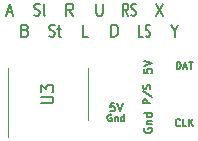
<source format=gto>
G04 #@! TF.GenerationSoftware,KiCad,Pcbnew,(5.1.7)-1*
G04 #@! TF.CreationDate,2020-11-15T22:52:21-06:00*
G04 #@! TF.ProjectId,snesdecoder,736e6573-6465-4636-9f64-65722e6b6963,v01*
G04 #@! TF.SameCoordinates,Original*
G04 #@! TF.FileFunction,Legend,Top*
G04 #@! TF.FilePolarity,Positive*
%FSLAX46Y46*%
G04 Gerber Fmt 4.6, Leading zero omitted, Abs format (unit mm)*
G04 Created by KiCad (PCBNEW (5.1.7)-1) date 2020-11-15 22:52:21*
%MOMM*%
%LPD*%
G01*
G04 APERTURE LIST*
%ADD10C,0.120000*%
%ADD11C,0.150000*%
G04 APERTURE END LIST*
D10*
X158135000Y-85250000D02*
X158135000Y-83050000D01*
X158135000Y-85250000D02*
X158135000Y-87450000D01*
X151365000Y-85250000D02*
X151365000Y-83050000D01*
X151365000Y-85250000D02*
X151365000Y-88850000D01*
D11*
X154202380Y-86011904D02*
X155011904Y-86011904D01*
X155107142Y-85964285D01*
X155154761Y-85916666D01*
X155202380Y-85821428D01*
X155202380Y-85630952D01*
X155154761Y-85535714D01*
X155107142Y-85488095D01*
X155011904Y-85440476D01*
X154202380Y-85440476D01*
X154202380Y-85059523D02*
X154202380Y-84440476D01*
X154583333Y-84773809D01*
X154583333Y-84630952D01*
X154630952Y-84535714D01*
X154678571Y-84488095D01*
X154773809Y-84440476D01*
X155011904Y-84440476D01*
X155107142Y-84488095D01*
X155154761Y-84535714D01*
X155202380Y-84630952D01*
X155202380Y-84916666D01*
X155154761Y-85011904D01*
X155107142Y-85059523D01*
X165470000Y-79878190D02*
X165470000Y-80354380D01*
X165136666Y-79354380D02*
X165470000Y-79878190D01*
X165803333Y-79354380D01*
X163866666Y-77576380D02*
X164533333Y-78576380D01*
X164533333Y-77576380D02*
X163866666Y-78576380D01*
X162813333Y-80354380D02*
X162480000Y-80354380D01*
X162480000Y-79354380D01*
X163013333Y-80306761D02*
X163113333Y-80354380D01*
X163280000Y-80354380D01*
X163346666Y-80306761D01*
X163380000Y-80259142D01*
X163413333Y-80163904D01*
X163413333Y-80068666D01*
X163380000Y-79973428D01*
X163346666Y-79925809D01*
X163280000Y-79878190D01*
X163146666Y-79830571D01*
X163080000Y-79782952D01*
X163046666Y-79735333D01*
X163013333Y-79640095D01*
X163013333Y-79544857D01*
X163046666Y-79449619D01*
X163080000Y-79402000D01*
X163146666Y-79354380D01*
X163313333Y-79354380D01*
X163413333Y-79402000D01*
X161543333Y-78576380D02*
X161310000Y-78100190D01*
X161143333Y-78576380D02*
X161143333Y-77576380D01*
X161410000Y-77576380D01*
X161476666Y-77624000D01*
X161510000Y-77671619D01*
X161543333Y-77766857D01*
X161543333Y-77909714D01*
X161510000Y-78004952D01*
X161476666Y-78052571D01*
X161410000Y-78100190D01*
X161143333Y-78100190D01*
X161810000Y-78528761D02*
X161910000Y-78576380D01*
X162076666Y-78576380D01*
X162143333Y-78528761D01*
X162176666Y-78481142D01*
X162210000Y-78385904D01*
X162210000Y-78290666D01*
X162176666Y-78195428D01*
X162143333Y-78147809D01*
X162076666Y-78100190D01*
X161943333Y-78052571D01*
X161876666Y-78004952D01*
X161843333Y-77957333D01*
X161810000Y-77862095D01*
X161810000Y-77766857D01*
X161843333Y-77671619D01*
X161876666Y-77624000D01*
X161943333Y-77576380D01*
X162110000Y-77576380D01*
X162210000Y-77624000D01*
X160128095Y-80354380D02*
X160128095Y-79354380D01*
X160366190Y-79354380D01*
X160509047Y-79402000D01*
X160604285Y-79497238D01*
X160651904Y-79592476D01*
X160699523Y-79782952D01*
X160699523Y-79925809D01*
X160651904Y-80116285D01*
X160604285Y-80211523D01*
X160509047Y-80306761D01*
X160366190Y-80354380D01*
X160128095Y-80354380D01*
X158834285Y-77576380D02*
X158834285Y-78385904D01*
X158881904Y-78481142D01*
X158929523Y-78528761D01*
X159024761Y-78576380D01*
X159215238Y-78576380D01*
X159310476Y-78528761D01*
X159358095Y-78481142D01*
X159405714Y-78385904D01*
X159405714Y-77576380D01*
X158159523Y-80354380D02*
X157683333Y-80354380D01*
X157683333Y-79354380D01*
X156889523Y-78576380D02*
X156556190Y-78100190D01*
X156318095Y-78576380D02*
X156318095Y-77576380D01*
X156699047Y-77576380D01*
X156794285Y-77624000D01*
X156841904Y-77671619D01*
X156889523Y-77766857D01*
X156889523Y-77909714D01*
X156841904Y-78004952D01*
X156794285Y-78052571D01*
X156699047Y-78100190D01*
X156318095Y-78100190D01*
X154852857Y-80306761D02*
X154967142Y-80354380D01*
X155157619Y-80354380D01*
X155233809Y-80306761D01*
X155271904Y-80259142D01*
X155310000Y-80163904D01*
X155310000Y-80068666D01*
X155271904Y-79973428D01*
X155233809Y-79925809D01*
X155157619Y-79878190D01*
X155005238Y-79830571D01*
X154929047Y-79782952D01*
X154890952Y-79735333D01*
X154852857Y-79640095D01*
X154852857Y-79544857D01*
X154890952Y-79449619D01*
X154929047Y-79402000D01*
X155005238Y-79354380D01*
X155195714Y-79354380D01*
X155310000Y-79402000D01*
X155538571Y-79687714D02*
X155843333Y-79687714D01*
X155652857Y-79354380D02*
X155652857Y-80211523D01*
X155690952Y-80306761D01*
X155767142Y-80354380D01*
X155843333Y-80354380D01*
X153601904Y-78528761D02*
X153716190Y-78576380D01*
X153906666Y-78576380D01*
X153982857Y-78528761D01*
X154020952Y-78481142D01*
X154059047Y-78385904D01*
X154059047Y-78290666D01*
X154020952Y-78195428D01*
X153982857Y-78147809D01*
X153906666Y-78100190D01*
X153754285Y-78052571D01*
X153678095Y-78004952D01*
X153640000Y-77957333D01*
X153601904Y-77862095D01*
X153601904Y-77766857D01*
X153640000Y-77671619D01*
X153678095Y-77624000D01*
X153754285Y-77576380D01*
X153944761Y-77576380D01*
X154059047Y-77624000D01*
X154516190Y-78576380D02*
X154440000Y-78528761D01*
X154401904Y-78433523D01*
X154401904Y-77576380D01*
X151261904Y-78290666D02*
X151738095Y-78290666D01*
X151166666Y-78576380D02*
X151500000Y-77576380D01*
X151833333Y-78576380D01*
X152841428Y-79830571D02*
X152984285Y-79878190D01*
X153031904Y-79925809D01*
X153079523Y-80021047D01*
X153079523Y-80163904D01*
X153031904Y-80259142D01*
X152984285Y-80306761D01*
X152889047Y-80354380D01*
X152508095Y-80354380D01*
X152508095Y-79354380D01*
X152841428Y-79354380D01*
X152936666Y-79402000D01*
X152984285Y-79449619D01*
X153031904Y-79544857D01*
X153031904Y-79640095D01*
X152984285Y-79735333D01*
X152936666Y-79782952D01*
X152841428Y-79830571D01*
X152508095Y-79830571D01*
X160130285Y-86958000D02*
X160073142Y-86929428D01*
X159987428Y-86929428D01*
X159901714Y-86958000D01*
X159844571Y-87015142D01*
X159816000Y-87072285D01*
X159787428Y-87186571D01*
X159787428Y-87272285D01*
X159816000Y-87386571D01*
X159844571Y-87443714D01*
X159901714Y-87500857D01*
X159987428Y-87529428D01*
X160044571Y-87529428D01*
X160130285Y-87500857D01*
X160158857Y-87472285D01*
X160158857Y-87272285D01*
X160044571Y-87272285D01*
X160416000Y-87129428D02*
X160416000Y-87529428D01*
X160416000Y-87186571D02*
X160444571Y-87158000D01*
X160501714Y-87129428D01*
X160587428Y-87129428D01*
X160644571Y-87158000D01*
X160673142Y-87215142D01*
X160673142Y-87529428D01*
X161216000Y-87529428D02*
X161216000Y-86929428D01*
X161216000Y-87500857D02*
X161158857Y-87529428D01*
X161044571Y-87529428D01*
X160987428Y-87500857D01*
X160958857Y-87472285D01*
X160930285Y-87415142D01*
X160930285Y-87243714D01*
X160958857Y-87186571D01*
X160987428Y-87158000D01*
X161044571Y-87129428D01*
X161158857Y-87129428D01*
X161216000Y-87158000D01*
X160382666Y-85985666D02*
X160049333Y-85985666D01*
X160016000Y-86319000D01*
X160049333Y-86285666D01*
X160116000Y-86252333D01*
X160282666Y-86252333D01*
X160349333Y-86285666D01*
X160382666Y-86319000D01*
X160416000Y-86385666D01*
X160416000Y-86552333D01*
X160382666Y-86619000D01*
X160349333Y-86652333D01*
X160282666Y-86685666D01*
X160116000Y-86685666D01*
X160049333Y-86652333D01*
X160016000Y-86619000D01*
X160616000Y-85985666D02*
X160849333Y-86685666D01*
X161082666Y-85985666D01*
X165651142Y-83108428D02*
X165651142Y-82508428D01*
X165794000Y-82508428D01*
X165879714Y-82537000D01*
X165936857Y-82594142D01*
X165965428Y-82651285D01*
X165994000Y-82765571D01*
X165994000Y-82851285D01*
X165965428Y-82965571D01*
X165936857Y-83022714D01*
X165879714Y-83079857D01*
X165794000Y-83108428D01*
X165651142Y-83108428D01*
X166222571Y-82937000D02*
X166508285Y-82937000D01*
X166165428Y-83108428D02*
X166365428Y-82508428D01*
X166565428Y-83108428D01*
X166679714Y-82508428D02*
X167022571Y-82508428D01*
X166851142Y-83108428D02*
X166851142Y-82508428D01*
X165936857Y-87877285D02*
X165908285Y-87905857D01*
X165822571Y-87934428D01*
X165765428Y-87934428D01*
X165679714Y-87905857D01*
X165622571Y-87848714D01*
X165594000Y-87791571D01*
X165565428Y-87677285D01*
X165565428Y-87591571D01*
X165594000Y-87477285D01*
X165622571Y-87420142D01*
X165679714Y-87363000D01*
X165765428Y-87334428D01*
X165822571Y-87334428D01*
X165908285Y-87363000D01*
X165936857Y-87391571D01*
X166479714Y-87934428D02*
X166194000Y-87934428D01*
X166194000Y-87334428D01*
X166679714Y-87934428D02*
X166679714Y-87334428D01*
X167022571Y-87934428D02*
X166765428Y-87591571D01*
X167022571Y-87334428D02*
X166679714Y-87677285D01*
X163390428Y-86007142D02*
X162790428Y-86007142D01*
X162790428Y-85778571D01*
X162819000Y-85721428D01*
X162847571Y-85692857D01*
X162904714Y-85664285D01*
X162990428Y-85664285D01*
X163047571Y-85692857D01*
X163076142Y-85721428D01*
X163104714Y-85778571D01*
X163104714Y-86007142D01*
X162761857Y-84978571D02*
X163533285Y-85492857D01*
X163361857Y-84807142D02*
X163390428Y-84721428D01*
X163390428Y-84578571D01*
X163361857Y-84521428D01*
X163333285Y-84492857D01*
X163276142Y-84464285D01*
X163219000Y-84464285D01*
X163161857Y-84492857D01*
X163133285Y-84521428D01*
X163104714Y-84578571D01*
X163076142Y-84692857D01*
X163047571Y-84750000D01*
X163019000Y-84778571D01*
X162961857Y-84807142D01*
X162904714Y-84807142D01*
X162847571Y-84778571D01*
X162819000Y-84750000D01*
X162790428Y-84692857D01*
X162790428Y-84550000D01*
X162819000Y-84464285D01*
X162862666Y-83097333D02*
X162862666Y-83430666D01*
X163196000Y-83464000D01*
X163162666Y-83430666D01*
X163129333Y-83364000D01*
X163129333Y-83197333D01*
X163162666Y-83130666D01*
X163196000Y-83097333D01*
X163262666Y-83064000D01*
X163429333Y-83064000D01*
X163496000Y-83097333D01*
X163529333Y-83130666D01*
X163562666Y-83197333D01*
X163562666Y-83364000D01*
X163529333Y-83430666D01*
X163496000Y-83464000D01*
X162862666Y-82864000D02*
X163562666Y-82630666D01*
X162862666Y-82397333D01*
X162896000Y-88113000D02*
X162862666Y-88179666D01*
X162862666Y-88279666D01*
X162896000Y-88379666D01*
X162962666Y-88446333D01*
X163029333Y-88479666D01*
X163162666Y-88513000D01*
X163262666Y-88513000D01*
X163396000Y-88479666D01*
X163462666Y-88446333D01*
X163529333Y-88379666D01*
X163562666Y-88279666D01*
X163562666Y-88213000D01*
X163529333Y-88113000D01*
X163496000Y-88079666D01*
X163262666Y-88079666D01*
X163262666Y-88213000D01*
X163096000Y-87779666D02*
X163562666Y-87779666D01*
X163162666Y-87779666D02*
X163129333Y-87746333D01*
X163096000Y-87679666D01*
X163096000Y-87579666D01*
X163129333Y-87513000D01*
X163196000Y-87479666D01*
X163562666Y-87479666D01*
X163562666Y-86846333D02*
X162862666Y-86846333D01*
X163529333Y-86846333D02*
X163562666Y-86913000D01*
X163562666Y-87046333D01*
X163529333Y-87113000D01*
X163496000Y-87146333D01*
X163429333Y-87179666D01*
X163229333Y-87179666D01*
X163162666Y-87146333D01*
X163129333Y-87113000D01*
X163096000Y-87046333D01*
X163096000Y-86913000D01*
X163129333Y-86846333D01*
M02*

</source>
